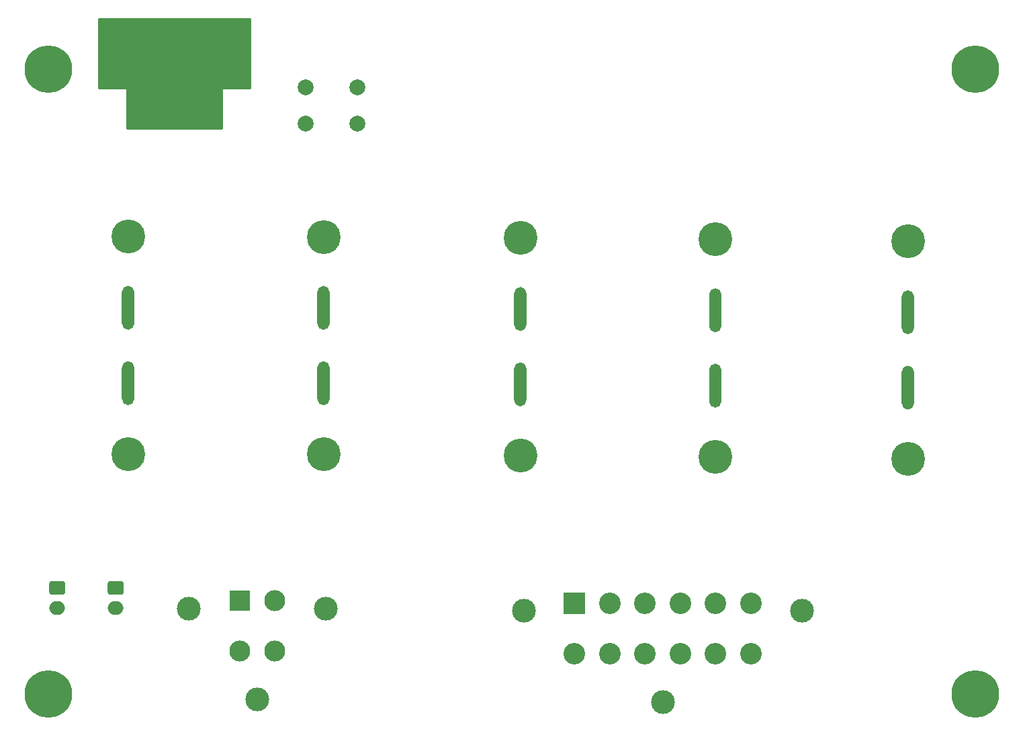
<source format=gbr>
%TF.GenerationSoftware,KiCad,Pcbnew,(5.1.9-0-10_14)*%
%TF.CreationDate,2021-02-15T20:52:16+08:00*%
%TF.ProjectId,pdm,70646d2e-6b69-4636-9164-5f7063625858,rev?*%
%TF.SameCoordinates,Original*%
%TF.FileFunction,Soldermask,Bot*%
%TF.FilePolarity,Negative*%
%FSLAX46Y46*%
G04 Gerber Fmt 4.6, Leading zero omitted, Abs format (unit mm)*
G04 Created by KiCad (PCBNEW (5.1.9-0-10_14)) date 2021-02-15 20:52:16*
%MOMM*%
%LPD*%
G01*
G04 APERTURE LIST*
%ADD10R,2.715000X2.715000*%
%ADD11C,2.715000*%
%ADD12C,2.990000*%
%ADD13O,2.000000X1.700000*%
%ADD14C,6.000000*%
%ADD15C,0.800000*%
%ADD16C,4.262000*%
%ADD17C,2.640000*%
%ADD18R,2.640000X2.640000*%
%ADD19C,2.000000*%
%ADD20C,0.254000*%
%ADD21C,0.100000*%
G04 APERTURE END LIST*
D10*
%TO.C,J4*%
X176972000Y-122174000D03*
D11*
X181417000Y-122174000D03*
X185862000Y-122174000D03*
X190312000Y-122174000D03*
X194757000Y-122174000D03*
X199202000Y-122174000D03*
X199202000Y-128524000D03*
X194757000Y-128524000D03*
D12*
X170547000Y-123184000D03*
X205627000Y-123184000D03*
X188087000Y-134624000D03*
D11*
X190312000Y-128524000D03*
X185862000Y-128524000D03*
X181417000Y-128524000D03*
X176972000Y-128524000D03*
%TD*%
%TO.C,M2*%
G36*
G01*
X111010000Y-119419000D02*
X112510000Y-119419000D01*
G75*
G02*
X112760000Y-119669000I0J-250000D01*
G01*
X112760000Y-120869000D01*
G75*
G02*
X112510000Y-121119000I-250000J0D01*
G01*
X111010000Y-121119000D01*
G75*
G02*
X110760000Y-120869000I0J250000D01*
G01*
X110760000Y-119669000D01*
G75*
G02*
X111010000Y-119419000I250000J0D01*
G01*
G37*
D13*
X111760000Y-122769000D03*
%TD*%
%TO.C,M1*%
G36*
G01*
X118376000Y-119429233D02*
X119876000Y-119429233D01*
G75*
G02*
X120126000Y-119679233I0J-250000D01*
G01*
X120126000Y-120879233D01*
G75*
G02*
X119876000Y-121129233I-250000J0D01*
G01*
X118376000Y-121129233D01*
G75*
G02*
X118126000Y-120879233I0J250000D01*
G01*
X118126000Y-119679233D01*
G75*
G02*
X118376000Y-119429233I250000J0D01*
G01*
G37*
X119126000Y-122779233D03*
%TD*%
D14*
%TO.C,H4*%
X227457000Y-133604000D03*
D15*
X229707000Y-133604000D03*
X229047990Y-135194990D03*
X227457000Y-135854000D03*
X225866010Y-135194990D03*
X225207000Y-133604000D03*
X225866010Y-132013010D03*
X227457000Y-131354000D03*
X229047990Y-132013010D03*
%TD*%
D14*
%TO.C,H3*%
X227457000Y-54864000D03*
D15*
X229707000Y-54864000D03*
X229047990Y-56454990D03*
X227457000Y-57114000D03*
X225866010Y-56454990D03*
X225207000Y-54864000D03*
X225866010Y-53273010D03*
X227457000Y-52614000D03*
X229047990Y-53273010D03*
%TD*%
D14*
%TO.C,H2*%
X110617000Y-133604000D03*
D15*
X112867000Y-133604000D03*
X112207990Y-135194990D03*
X110617000Y-135854000D03*
X109026010Y-135194990D03*
X108367000Y-133604000D03*
X109026010Y-132013010D03*
X110617000Y-131354000D03*
X112207990Y-132013010D03*
%TD*%
D14*
%TO.C,H1*%
X110617000Y-54864000D03*
D15*
X112867000Y-54864000D03*
X112207990Y-56454990D03*
X110617000Y-57114000D03*
X109026010Y-56454990D03*
X108367000Y-54864000D03*
X109026010Y-53273010D03*
X110617000Y-52614000D03*
X112207990Y-53273010D03*
%TD*%
%TO.C,F2*%
G36*
G01*
X194703000Y-97566001D02*
X194703000Y-97566001D01*
G75*
G02*
X193922000Y-96785001I0J781000D01*
G01*
X193922000Y-92785001D01*
G75*
G02*
X194703000Y-92004001I781000J0D01*
G01*
X194703000Y-92004001D01*
G75*
G02*
X195484000Y-92785001I0J-781000D01*
G01*
X195484000Y-96785001D01*
G75*
G02*
X194703000Y-97566001I-781000J0D01*
G01*
G37*
G36*
G01*
X194703000Y-88066001D02*
X194703000Y-88066001D01*
G75*
G02*
X193922000Y-87285001I0J781000D01*
G01*
X193922000Y-83285001D01*
G75*
G02*
X194703000Y-82504001I781000J0D01*
G01*
X194703000Y-82504001D01*
G75*
G02*
X195484000Y-83285001I0J-781000D01*
G01*
X195484000Y-87285001D01*
G75*
G02*
X194703000Y-88066001I-781000J0D01*
G01*
G37*
D16*
X194703000Y-103735001D03*
X194703000Y-76335001D03*
%TD*%
%TO.C,F5*%
G36*
G01*
X145319000Y-97265001D02*
X145319000Y-97265001D01*
G75*
G02*
X144538000Y-96484001I0J781000D01*
G01*
X144538000Y-92484001D01*
G75*
G02*
X145319000Y-91703001I781000J0D01*
G01*
X145319000Y-91703001D01*
G75*
G02*
X146100000Y-92484001I0J-781000D01*
G01*
X146100000Y-96484001D01*
G75*
G02*
X145319000Y-97265001I-781000J0D01*
G01*
G37*
G36*
G01*
X145319000Y-87765001D02*
X145319000Y-87765001D01*
G75*
G02*
X144538000Y-86984001I0J781000D01*
G01*
X144538000Y-82984001D01*
G75*
G02*
X145319000Y-82203001I781000J0D01*
G01*
X145319000Y-82203001D01*
G75*
G02*
X146100000Y-82984001I0J-781000D01*
G01*
X146100000Y-86984001D01*
G75*
G02*
X145319000Y-87765001I-781000J0D01*
G01*
G37*
X145319000Y-103434001D03*
X145319000Y-76034001D03*
%TD*%
%TO.C,F3*%
G36*
G01*
X218979000Y-97820001D02*
X218979000Y-97820001D01*
G75*
G02*
X218198000Y-97039001I0J781000D01*
G01*
X218198000Y-93039001D01*
G75*
G02*
X218979000Y-92258001I781000J0D01*
G01*
X218979000Y-92258001D01*
G75*
G02*
X219760000Y-93039001I0J-781000D01*
G01*
X219760000Y-97039001D01*
G75*
G02*
X218979000Y-97820001I-781000J0D01*
G01*
G37*
G36*
G01*
X218979000Y-88320001D02*
X218979000Y-88320001D01*
G75*
G02*
X218198000Y-87539001I0J781000D01*
G01*
X218198000Y-83539001D01*
G75*
G02*
X218979000Y-82758001I781000J0D01*
G01*
X218979000Y-82758001D01*
G75*
G02*
X219760000Y-83539001I0J-781000D01*
G01*
X219760000Y-87539001D01*
G75*
G02*
X218979000Y-88320001I-781000J0D01*
G01*
G37*
X218979000Y-103989001D03*
X218979000Y-76589001D03*
%TD*%
%TO.C,F4*%
G36*
G01*
X120691000Y-97248001D02*
X120691000Y-97248001D01*
G75*
G02*
X119910000Y-96467001I0J781000D01*
G01*
X119910000Y-92467001D01*
G75*
G02*
X120691000Y-91686001I781000J0D01*
G01*
X120691000Y-91686001D01*
G75*
G02*
X121472000Y-92467001I0J-781000D01*
G01*
X121472000Y-96467001D01*
G75*
G02*
X120691000Y-97248001I-781000J0D01*
G01*
G37*
G36*
G01*
X120691000Y-87748001D02*
X120691000Y-87748001D01*
G75*
G02*
X119910000Y-86967001I0J781000D01*
G01*
X119910000Y-82967001D01*
G75*
G02*
X120691000Y-82186001I781000J0D01*
G01*
X120691000Y-82186001D01*
G75*
G02*
X121472000Y-82967001I0J-781000D01*
G01*
X121472000Y-86967001D01*
G75*
G02*
X120691000Y-87748001I-781000J0D01*
G01*
G37*
X120691000Y-103417001D03*
X120691000Y-76017001D03*
%TD*%
%TO.C,F1*%
G36*
G01*
X170127000Y-97406001D02*
X170127000Y-97406001D01*
G75*
G02*
X169346000Y-96625001I0J781000D01*
G01*
X169346000Y-92625001D01*
G75*
G02*
X170127000Y-91844001I781000J0D01*
G01*
X170127000Y-91844001D01*
G75*
G02*
X170908000Y-92625001I0J-781000D01*
G01*
X170908000Y-96625001D01*
G75*
G02*
X170127000Y-97406001I-781000J0D01*
G01*
G37*
G36*
G01*
X170127000Y-87906001D02*
X170127000Y-87906001D01*
G75*
G02*
X169346000Y-87125001I0J781000D01*
G01*
X169346000Y-83125001D01*
G75*
G02*
X170127000Y-82344001I781000J0D01*
G01*
X170127000Y-82344001D01*
G75*
G02*
X170908000Y-83125001I0J-781000D01*
G01*
X170908000Y-87125001D01*
G75*
G02*
X170127000Y-87906001I-781000J0D01*
G01*
G37*
X170127000Y-103575001D03*
X170127000Y-76175001D03*
%TD*%
D12*
%TO.C,J1*%
X136967000Y-134324000D03*
X128317000Y-122894000D03*
X145617000Y-122894000D03*
D17*
X134742000Y-128224000D03*
X139192000Y-128224000D03*
D18*
X134742000Y-121874000D03*
D17*
X139192000Y-121874000D03*
%TD*%
D19*
%TO.C,SW1*%
X149558501Y-57224000D03*
X149558501Y-61724000D03*
X143058501Y-57224000D03*
X143058501Y-61724000D03*
%TD*%
D20*
X136017000Y-57277000D02*
X132588000Y-57277000D01*
X132563224Y-57279440D01*
X132539399Y-57286667D01*
X132517443Y-57298403D01*
X132498197Y-57314197D01*
X132482403Y-57333443D01*
X132470667Y-57355399D01*
X132463440Y-57379224D01*
X132461000Y-57404000D01*
X132461000Y-62357000D01*
X120523000Y-62357000D01*
X120523000Y-57404000D01*
X120520560Y-57379224D01*
X120513333Y-57355399D01*
X120501597Y-57333443D01*
X120485803Y-57314197D01*
X120466557Y-57298403D01*
X120444601Y-57286667D01*
X120420776Y-57279440D01*
X120396000Y-57277000D01*
X116967000Y-57277000D01*
X116967000Y-48514000D01*
X136017000Y-48514000D01*
X136017000Y-57277000D01*
D21*
G36*
X136017000Y-57277000D02*
G01*
X132588000Y-57277000D01*
X132563224Y-57279440D01*
X132539399Y-57286667D01*
X132517443Y-57298403D01*
X132498197Y-57314197D01*
X132482403Y-57333443D01*
X132470667Y-57355399D01*
X132463440Y-57379224D01*
X132461000Y-57404000D01*
X132461000Y-62357000D01*
X120523000Y-62357000D01*
X120523000Y-57404000D01*
X120520560Y-57379224D01*
X120513333Y-57355399D01*
X120501597Y-57333443D01*
X120485803Y-57314197D01*
X120466557Y-57298403D01*
X120444601Y-57286667D01*
X120420776Y-57279440D01*
X120396000Y-57277000D01*
X116967000Y-57277000D01*
X116967000Y-48514000D01*
X136017000Y-48514000D01*
X136017000Y-57277000D01*
G37*
M02*

</source>
